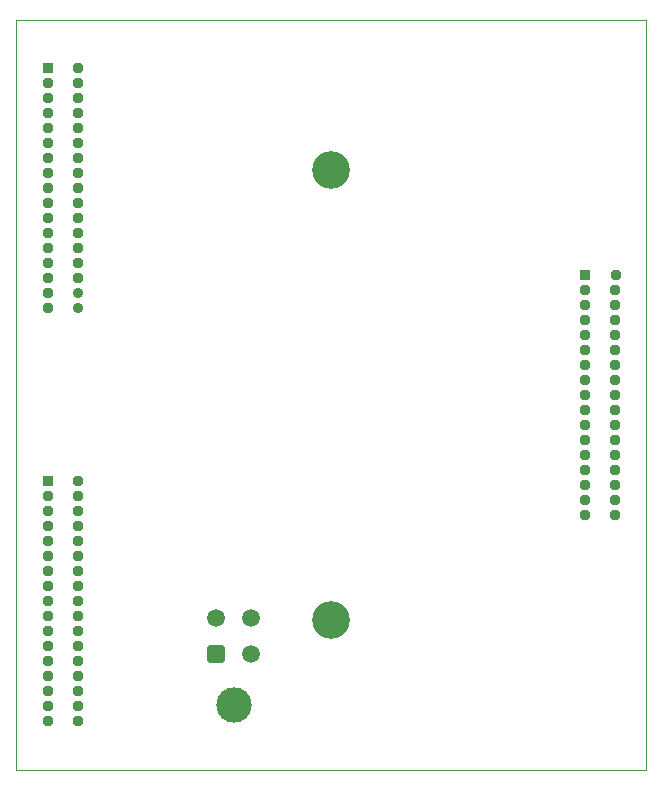
<source format=gbr>
%TF.GenerationSoftware,KiCad,Pcbnew,7.0.7*%
%TF.CreationDate,2023-10-17T22:15:13-05:00*%
%TF.ProjectId,Heater_North_DCT_HSK,48656174-6572-45f4-9e6f-7274685f4443,rev?*%
%TF.SameCoordinates,Original*%
%TF.FileFunction,Soldermask,Top*%
%TF.FilePolarity,Negative*%
%FSLAX46Y46*%
G04 Gerber Fmt 4.6, Leading zero omitted, Abs format (unit mm)*
G04 Created by KiCad (PCBNEW 7.0.7) date 2023-10-17 22:15:13*
%MOMM*%
%LPD*%
G01*
G04 APERTURE LIST*
G04 Aperture macros list*
%AMRoundRect*
0 Rectangle with rounded corners*
0 $1 Rounding radius*
0 $2 $3 $4 $5 $6 $7 $8 $9 X,Y pos of 4 corners*
0 Add a 4 corners polygon primitive as box body*
4,1,4,$2,$3,$4,$5,$6,$7,$8,$9,$2,$3,0*
0 Add four circle primitives for the rounded corners*
1,1,$1+$1,$2,$3*
1,1,$1+$1,$4,$5*
1,1,$1+$1,$6,$7*
1,1,$1+$1,$8,$9*
0 Add four rect primitives between the rounded corners*
20,1,$1+$1,$2,$3,$4,$5,0*
20,1,$1+$1,$4,$5,$6,$7,0*
20,1,$1+$1,$6,$7,$8,$9,0*
20,1,$1+$1,$8,$9,$2,$3,0*%
G04 Aperture macros list end*
%ADD10C,3.200000*%
%ADD11R,0.940800X0.940800*%
%ADD12C,0.940800*%
%ADD13C,0.890000*%
%ADD14C,3.000000*%
%ADD15RoundRect,0.250001X-0.499999X-0.499999X0.499999X-0.499999X0.499999X0.499999X-0.499999X0.499999X0*%
%ADD16C,1.500000*%
%TA.AperFunction,Profile*%
%ADD17C,0.100000*%
%TD*%
G04 APERTURE END LIST*
D10*
%TO.C,REF\u002A\u002A*%
X128270000Y-63500000D03*
%TD*%
D11*
%TO.C,J2*%
X104256840Y-89890600D03*
D12*
X106817160Y-89890600D03*
X104267000Y-91160600D03*
X106807000Y-91160600D03*
X104267000Y-92430600D03*
X106807000Y-92430600D03*
X104267000Y-93700600D03*
X106807000Y-93700600D03*
X104267000Y-94970600D03*
X106807000Y-94970600D03*
X104267000Y-96240600D03*
X106807000Y-96240600D03*
X104267000Y-97510600D03*
X106807000Y-97510600D03*
X104267000Y-98780600D03*
X106807000Y-98780600D03*
X104267000Y-100050600D03*
X106807000Y-100050600D03*
X104267000Y-101320600D03*
X106807000Y-101320600D03*
X104267000Y-102590600D03*
X106807000Y-102590600D03*
X104267000Y-103860600D03*
X106807000Y-103860600D03*
X104267000Y-105130600D03*
X106807000Y-105130600D03*
X104267000Y-106400600D03*
X106807000Y-106400600D03*
X104267000Y-107670600D03*
X106807000Y-107670600D03*
X104267000Y-108940600D03*
X106807000Y-108940600D03*
X104267000Y-110210600D03*
X106807000Y-110210600D03*
%TD*%
D10*
%TO.C,REF\u002A\u002A*%
X128270000Y-101600000D03*
%TD*%
D11*
%TO.C,J3*%
X149773640Y-72390000D03*
D12*
X152333960Y-72390000D03*
X149783800Y-73660000D03*
X152323800Y-73660000D03*
X149783800Y-74930000D03*
X152323800Y-74930000D03*
X149783800Y-76200000D03*
X152323800Y-76200000D03*
X149783800Y-77470000D03*
X152323800Y-77470000D03*
X149783800Y-78740000D03*
X152323800Y-78740000D03*
X149783800Y-80010000D03*
X152323800Y-80010000D03*
X149783800Y-81280000D03*
X152323800Y-81280000D03*
X149783800Y-82550000D03*
X152323800Y-82550000D03*
X149783800Y-83820000D03*
X152323800Y-83820000D03*
X149783800Y-85090000D03*
X152323800Y-85090000D03*
X149783800Y-86360000D03*
X152323800Y-86360000D03*
X149783800Y-87630000D03*
X152323800Y-87630000D03*
X149783800Y-88900000D03*
X152323800Y-88900000D03*
X149783800Y-90170000D03*
X152323800Y-90170000D03*
X149783800Y-91440000D03*
X152323800Y-91440000D03*
X149783800Y-92710000D03*
X152323800Y-92710000D03*
%TD*%
D11*
%TO.C,J1*%
X104256840Y-54864000D03*
D12*
X106817160Y-54864000D03*
X104267000Y-56134000D03*
X106807000Y-56134000D03*
X104267000Y-57404000D03*
X106807000Y-57404000D03*
X104267000Y-58674000D03*
X106807000Y-58674000D03*
X104267000Y-59944000D03*
X106807000Y-59944000D03*
X104267000Y-61214000D03*
X106807000Y-61214000D03*
X104267000Y-62484000D03*
X106807000Y-62484000D03*
X104267000Y-63754000D03*
X106807000Y-63754000D03*
X104267000Y-65024000D03*
X106807000Y-65024000D03*
X104267000Y-66294000D03*
X106807000Y-66294000D03*
X104267000Y-67564000D03*
X106807000Y-67564000D03*
X104267000Y-68834000D03*
X106807000Y-68834000D03*
X104267000Y-70104000D03*
X106807000Y-70104000D03*
X104267000Y-71374000D03*
X106807000Y-71374000D03*
X104267000Y-72644000D03*
X106807000Y-72644000D03*
X104267000Y-73914000D03*
D13*
X106807000Y-73914000D03*
D12*
X104267000Y-75184000D03*
D13*
X106807000Y-75184000D03*
%TD*%
D14*
%TO.C,J4*%
X120000000Y-108820000D03*
D15*
X118500000Y-104500000D03*
D16*
X121500000Y-104500000D03*
X118500000Y-101500000D03*
X121500000Y-101500000D03*
%TD*%
D17*
X101600000Y-50800000D02*
X154940000Y-50800000D01*
X154940000Y-114300000D01*
X101600000Y-114300000D01*
X101600000Y-50800000D01*
M02*

</source>
